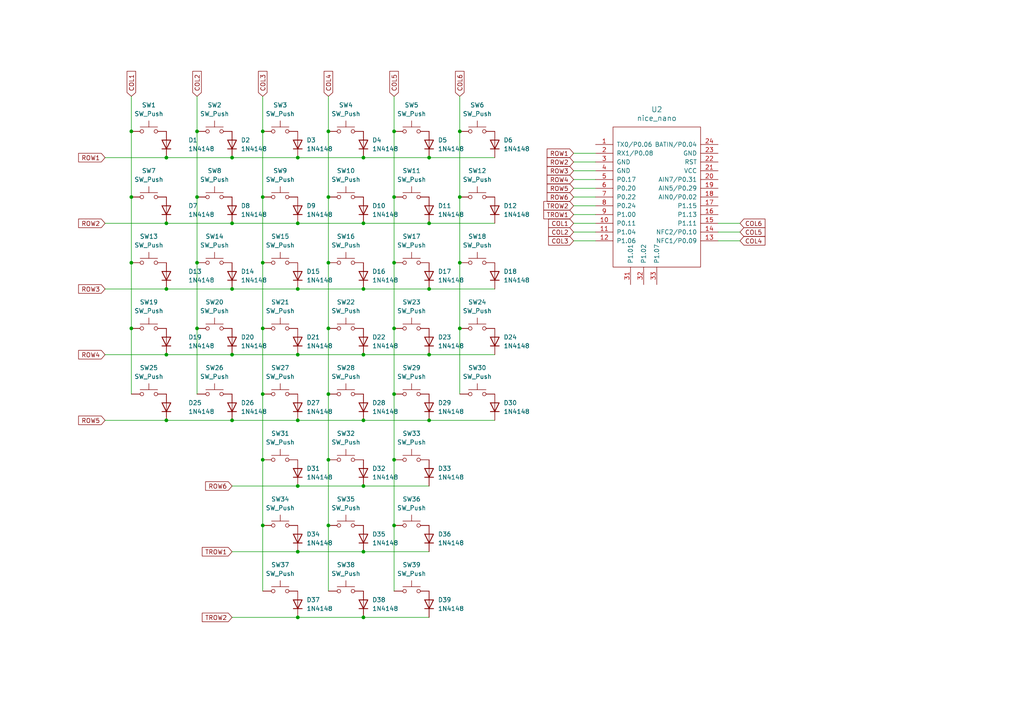
<source format=kicad_sch>
(kicad_sch (version 20250114) (generator "eeschema") (generator_version "9.0")
  (paper "A4")
  (lib_symbols
    (symbol "Diode:1N4148" (pin_numbers (hide yes)) (pin_names (hide yes))
      (property "Reference" "D" (at 0 2.54 0))
      (property "Value" "1N4148" (at 0 -2.54 0))
      (symbol "1N4148_0_1"
        (polyline (pts (xy -1.27 1.27) (xy -1.27 -1.27)) (stroke (width 0.254)))
        (polyline (pts (xy 1.27 1.27) (xy 1.27 -1.27) (xy -1.27 0) (xy 1.27 1.27)) (stroke (width 0.254)))
        (polyline (pts (xy 1.27 0) (xy -1.27 0)))
      )
      (symbol "1N4148_1_1"
        (pin passive line (at -3.81 0 0) (length 2.54) (name "K") (number "1"))
        (pin passive line (at 3.81 0 180) (length 2.54) (name "A") (number "2"))
      )
    )
    (symbol "Switch:SW_Push" (pin_numbers (hide yes)) (pin_names (offset 1.016) (hide yes))
      (property "Reference" "SW" (at 1.27 2.54 0))
      (property "Value" "SW_Push" (at 0 -1.524 0))
      (symbol "SW_Push_0_1"
        (circle (center -2.032 0) (radius 0.508))
        (polyline (pts (xy 0 1.27) (xy 0 3.048)))
        (circle (center 2.032 0) (radius 0.508))
        (polyline (pts (xy 2.54 1.27) (xy -2.54 1.27)))
        (pin passive line (at -5.08 0 0) (length 2.54) (name "1") (number "1"))
        (pin passive line (at 5.08 0 180) (length 2.54) (name "2") (number "2"))
      )
    )
    (symbol "nice_nano:nice_nano" (pin_names (offset 1.016))
      (property "Reference" "U" (at 0 0 0))
      (property "Value" "nice_nano" (at 0 2.54 0))
      (symbol "nice_nano_0_1"
        (rectangle (start -12.7 -21.59) (end 12.7 19.05))
      )
      (symbol "nice_nano_1_1"
        (pin input line (at -17.78 13.97 0) (length 5.08) (name "TX0/P0.06") (number "1"))
        (pin input line (at -17.78 11.43 0) (length 5.08) (name "RX1/P0.08") (number "2"))
        (pin input line (at -17.78 8.89 0) (length 5.08) (name "GND") (number "3"))
        (pin input line (at -17.78 6.35 0) (length 5.08) (name "GND") (number "4"))
        (pin input line (at -17.78 3.81 0) (length 5.08) (name "P0.17") (number "5"))
        (pin input line (at -17.78 1.27 0) (length 5.08) (name "P0.20") (number "6"))
        (pin input line (at -17.78 -1.27 0) (length 5.08) (name "P0.22") (number "7"))
        (pin input line (at -17.78 -3.81 0) (length 5.08) (name "P0.24") (number "8"))
        (pin input line (at -17.78 -6.35 0) (length 5.08) (name "P1.00") (number "9"))
        (pin input line (at -17.78 -8.89 0) (length 5.08) (name "P0.11") (number "10"))
        (pin input line (at -17.78 -11.43 0) (length 5.08) (name "P1.04") (number "11"))
        (pin input line (at -17.78 -13.97 0) (length 5.08) (name "P1.06") (number "12"))
        (pin input line (at -7.62 -26.67 90) (length 5.08) (name "P1.01") (number "31"))
        (pin input line (at -3.81 -26.67 90) (length 5.08) (name "P1.02") (number "32"))
        (pin input line (at 0 -26.67 90) (length 5.08) (name "P1.07") (number "33"))
        (pin input line (at 17.78 13.97 180) (length 5.08) (name "BATIN/P0.04") (number "24"))
        (pin input line (at 17.78 11.43 180) (length 5.08) (name "GND") (number "23"))
        (pin input line (at 17.78 8.89 180) (length 5.08) (name "RST") (number "22"))
        (pin input line (at 17.78 6.35 180) (length 5.08) (name "VCC") (number "21"))
        (pin input line (at 17.78 3.81 180) (length 5.08) (name "AIN7/P0.31") (number "20"))
        (pin input line (at 17.78 1.27 180) (length 5.08) (name "AIN5/P0.29") (number "19"))
        (pin input line (at 17.78 -1.27 180) (length 5.08) (name "AIN0/P0.02") (number "18"))
        (pin input line (at 17.78 -3.81 180) (length 5.08) (name "P1.15") (number "17"))
        (pin input line (at 17.78 -6.35 180) (length 5.08) (name "P1.13") (number "16"))
        (pin input line (at 17.78 -8.89 180) (length 5.08) (name "P1.11") (number "15"))
        (pin input line (at 17.78 -11.43 180) (length 5.08) (name "NFC2/P0.10") (number "14"))
        (pin input line (at 17.78 -13.97 180) (length 5.08) (name "NFC1/P0.09") (number "13"))
      )
    )
  )
  (junction (at 95.25 133.35))
  (junction (at 86.36 140.97))
  (junction (at 95.25 38.1))
  (junction (at 57.15 76.2))
  (junction (at 105.41 121.92))
  (junction (at 76.2 152.4))
  (junction (at 133.35 57.15))
  (junction (at 38.1 57.15))
  (junction (at 76.2 133.35))
  (junction (at 86.36 102.87))
  (junction (at 76.2 95.25))
  (junction (at 105.41 45.72))
  (junction (at 76.2 114.3))
  (junction (at 124.46 64.77))
  (junction (at 57.15 57.15))
  (junction (at 57.15 95.25))
  (junction (at 86.36 83.82))
  (junction (at 105.41 160.02))
  (junction (at 57.15 38.1))
  (junction (at 105.41 102.87))
  (junction (at 105.41 64.77))
  (junction (at 67.31 83.82))
  (junction (at 86.36 121.92))
  (junction (at 105.41 140.97))
  (junction (at 114.3 57.15))
  (junction (at 76.2 76.2))
  (junction (at 67.31 102.87))
  (junction (at 95.25 114.3))
  (junction (at 114.3 95.25))
  (junction (at 48.26 121.92))
  (junction (at 76.2 38.1))
  (junction (at 114.3 133.35))
  (junction (at 48.26 64.77))
  (junction (at 38.1 95.25))
  (junction (at 86.36 179.07))
  (junction (at 133.35 76.2))
  (junction (at 67.31 121.92))
  (junction (at 124.46 102.87))
  (junction (at 86.36 160.02))
  (junction (at 95.25 76.2))
  (junction (at 124.46 45.72))
  (junction (at 114.3 152.4))
  (junction (at 95.25 57.15))
  (junction (at 67.31 45.72))
  (junction (at 114.3 76.2))
  (junction (at 38.1 76.2))
  (junction (at 133.35 95.25))
  (junction (at 114.3 38.1))
  (junction (at 114.3 114.3))
  (junction (at 48.26 83.82))
  (junction (at 86.36 64.77))
  (junction (at 124.46 83.82))
  (junction (at 48.26 102.87))
  (junction (at 95.25 95.25))
  (junction (at 76.2 57.15))
  (junction (at 133.35 38.1))
  (junction (at 124.46 121.92))
  (junction (at 105.41 83.82))
  (junction (at 48.26 45.72))
  (junction (at 95.25 152.4))
  (junction (at 38.1 38.1))
  (junction (at 67.31 64.77))
  (junction (at 86.36 45.72))
  (junction (at 105.41 179.07))
  (wire (pts (xy 172.72 62.23) (xy 166.37 62.23)))
  (wire (pts (xy 95.25 114.3) (xy 95.25 133.35)))
  (wire (pts (xy 86.36 83.82) (xy 105.41 83.82)))
  (wire (pts (xy 86.36 140.97) (xy 105.41 140.97)))
  (wire (pts (xy 95.25 57.15) (xy 95.25 76.2)))
  (wire (pts (xy 133.35 38.1) (xy 133.35 57.15)))
  (wire (pts (xy 86.36 45.72) (xy 105.41 45.72)))
  (wire (pts (xy 124.46 121.92) (xy 143.51 121.92)))
  (wire (pts (xy 105.41 140.97) (xy 124.46 140.97)))
  (wire (pts (xy 67.31 45.72) (xy 86.36 45.72)))
  (wire (pts (xy 67.31 160.02) (xy 86.36 160.02)))
  (wire (pts (xy 67.31 140.97) (xy 86.36 140.97)))
  (wire (pts (xy 30.48 64.77) (xy 48.26 64.77)))
  (wire (pts (xy 86.36 160.02) (xy 105.41 160.02)))
  (wire (pts (xy 48.26 121.92) (xy 67.31 121.92)))
  (wire (pts (xy 57.15 76.2) (xy 57.15 95.25)))
  (wire (pts (xy 114.3 133.35) (xy 114.3 152.4)))
  (wire (pts (xy 67.31 83.82) (xy 86.36 83.82)))
  (wire (pts (xy 124.46 64.77) (xy 143.51 64.77)))
  (wire (pts (xy 105.41 83.82) (xy 124.46 83.82)))
  (wire (pts (xy 95.25 133.35) (xy 95.25 152.4)))
  (wire (pts (xy 114.3 152.4) (xy 114.3 171.45)))
  (wire (pts (xy 76.2 133.35) (xy 76.2 152.4)))
  (wire (pts (xy 95.25 152.4) (xy 95.25 171.45)))
  (wire (pts (xy 172.72 54.61) (xy 166.37 54.61)))
  (wire (pts (xy 95.25 38.1) (xy 95.25 57.15)))
  (wire (pts (xy 38.1 38.1) (xy 38.1 57.15)))
  (wire (pts (xy 86.36 121.92) (xy 105.41 121.92)))
  (wire (pts (xy 38.1 57.15) (xy 38.1 76.2)))
  (wire (pts (xy 214.63 67.31) (xy 208.28 67.31)))
  (wire (pts (xy 67.31 64.77) (xy 86.36 64.77)))
  (wire (pts (xy 38.1 27.94) (xy 38.1 38.1)))
  (wire (pts (xy 38.1 95.25) (xy 38.1 114.3)))
  (wire (pts (xy 214.63 64.77) (xy 208.28 64.77)))
  (wire (pts (xy 86.36 64.77) (xy 105.41 64.77)))
  (wire (pts (xy 166.37 52.07) (xy 172.72 52.07)))
  (wire (pts (xy 105.41 160.02) (xy 124.46 160.02)))
  (wire (pts (xy 124.46 102.87) (xy 143.51 102.87)))
  (wire (pts (xy 48.26 45.72) (xy 67.31 45.72)))
  (wire (pts (xy 133.35 27.94) (xy 133.35 38.1)))
  (wire (pts (xy 67.31 179.07) (xy 86.36 179.07)))
  (wire (pts (xy 76.2 76.2) (xy 76.2 95.25)))
  (wire (pts (xy 114.3 38.1) (xy 114.3 57.15)))
  (wire (pts (xy 76.2 95.25) (xy 76.2 114.3)))
  (wire (pts (xy 30.48 102.87) (xy 48.26 102.87)))
  (wire (pts (xy 48.26 102.87) (xy 67.31 102.87)))
  (wire (pts (xy 124.46 83.82) (xy 143.51 83.82)))
  (wire (pts (xy 95.25 95.25) (xy 95.25 114.3)))
  (wire (pts (xy 124.46 45.72) (xy 143.51 45.72)))
  (wire (pts (xy 67.31 121.92) (xy 86.36 121.92)))
  (wire (pts (xy 57.15 27.94) (xy 57.15 38.1)))
  (wire (pts (xy 86.36 179.07) (xy 105.41 179.07)))
  (wire (pts (xy 57.15 95.25) (xy 57.15 114.3)))
  (wire (pts (xy 114.3 76.2) (xy 114.3 95.25)))
  (wire (pts (xy 86.36 102.87) (xy 105.41 102.87)))
  (wire (pts (xy 30.48 83.82) (xy 48.26 83.82)))
  (wire (pts (xy 105.41 45.72) (xy 124.46 45.72)))
  (wire (pts (xy 76.2 27.94) (xy 76.2 38.1)))
  (wire (pts (xy 166.37 67.31) (xy 172.72 67.31)))
  (wire (pts (xy 76.2 38.1) (xy 76.2 57.15)))
  (wire (pts (xy 95.25 76.2) (xy 95.25 95.25)))
  (wire (pts (xy 48.26 83.82) (xy 67.31 83.82)))
  (wire (pts (xy 172.72 59.69) (xy 166.37 59.69)))
  (wire (pts (xy 67.31 102.87) (xy 86.36 102.87)))
  (wire (pts (xy 172.72 57.15) (xy 166.37 57.15)))
  (wire (pts (xy 166.37 46.99) (xy 172.72 46.99)))
  (wire (pts (xy 95.25 27.94) (xy 95.25 38.1)))
  (wire (pts (xy 214.63 69.85) (xy 208.28 69.85)))
  (wire (pts (xy 105.41 179.07) (xy 124.46 179.07)))
  (wire (pts (xy 166.37 49.53) (xy 172.72 49.53)))
  (wire (pts (xy 48.26 64.77) (xy 67.31 64.77)))
  (wire (pts (xy 133.35 76.2) (xy 133.35 95.25)))
  (wire (pts (xy 166.37 44.45) (xy 172.72 44.45)))
  (wire (pts (xy 105.41 121.92) (xy 124.46 121.92)))
  (wire (pts (xy 114.3 57.15) (xy 114.3 76.2)))
  (wire (pts (xy 166.37 64.77) (xy 172.72 64.77)))
  (wire (pts (xy 114.3 95.25) (xy 114.3 114.3)))
  (wire (pts (xy 133.35 57.15) (xy 133.35 76.2)))
  (wire (pts (xy 76.2 57.15) (xy 76.2 76.2)))
  (wire (pts (xy 57.15 57.15) (xy 57.15 76.2)))
  (wire (pts (xy 166.37 69.85) (xy 172.72 69.85)))
  (wire (pts (xy 57.15 38.1) (xy 57.15 57.15)))
  (wire (pts (xy 114.3 27.94) (xy 114.3 38.1)))
  (wire (pts (xy 105.41 102.87) (xy 124.46 102.87)))
  (wire (pts (xy 38.1 76.2) (xy 38.1 95.25)))
  (wire (pts (xy 114.3 114.3) (xy 114.3 133.35)))
  (wire (pts (xy 133.35 95.25) (xy 133.35 114.3)))
  (wire (pts (xy 30.48 121.92) (xy 48.26 121.92)))
  (wire (pts (xy 76.2 152.4) (xy 76.2 171.45)))
  (wire (pts (xy 30.48 45.72) (xy 48.26 45.72)))
  (wire (pts (xy 105.41 64.77) (xy 124.46 64.77)))
  (wire (pts (xy 76.2 114.3) (xy 76.2 133.35)))
  (global_label "COL1" (shape input) (at 166.37 64.77 180) (property "Intersheetrefs" "${INTERSHEET_REFS}" (effects (hide yes))))
  (global_label "ROW1" (shape input) (at 166.37 44.45 180) (property "Intersheetrefs" "${INTERSHEET_REFS}" (effects (hide yes))))
  (global_label "COL2" (shape input) (at 57.15 27.94 90) (property "Intersheetrefs" "${INTERSHEET_REFS}" (effects (hide yes))))
  (global_label "COL1" (shape input) (at 38.1 27.94 90) (property "Intersheetrefs" "${INTERSHEET_REFS}" (effects (hide yes))))
  (global_label "ROW5" (shape input) (at 30.48 121.92 180) (property "Intersheetrefs" "${INTERSHEET_REFS}" (effects (hide yes))))
  (global_label "ROW5" (shape input) (at 166.37 54.61 180) (property "Intersheetrefs" "${INTERSHEET_REFS}" (effects (hide yes))))
  (global_label "ROW6" (shape input) (at 166.37 57.15 180) (property "Intersheetrefs" "${INTERSHEET_REFS}" (effects (hide yes))))
  (global_label "COL5" (shape input) (at 114.3 27.94 90) (property "Intersheetrefs" "${INTERSHEET_REFS}" (effects (hide yes))))
  (global_label "COL3" (shape input) (at 76.2 27.94 90) (property "Intersheetrefs" "${INTERSHEET_REFS}" (effects (hide yes))))
  (global_label "TROW2" (shape input) (at 166.37 59.69 180) (property "Intersheetrefs" "${INTERSHEET_REFS}" (effects (hide yes))))
  (global_label "ROW3" (shape input) (at 30.48 83.82 180) (property "Intersheetrefs" "${INTERSHEET_REFS}" (effects (hide yes))))
  (global_label "COL5" (shape input) (at 214.63 67.31 0) (property "Intersheetrefs" "${INTERSHEET_REFS}" (effects (hide yes))))
  (global_label "ROW3" (shape input) (at 166.37 49.53 180) (property "Intersheetrefs" "${INTERSHEET_REFS}" (effects (hide yes))))
  (global_label "ROW2" (shape input) (at 166.37 46.99 180) (property "Intersheetrefs" "${INTERSHEET_REFS}" (effects (hide yes))))
  (global_label "ROW1" (shape input) (at 30.48 45.72 180) (property "Intersheetrefs" "${INTERSHEET_REFS}" (effects (hide yes))))
  (global_label "TROW2" (shape input) (at 67.31 179.07 180) (property "Intersheetrefs" "${INTERSHEET_REFS}" (effects (hide yes))))
  (global_label "TROW1" (shape input) (at 166.37 62.23 180) (property "Intersheetrefs" "${INTERSHEET_REFS}" (effects (hide yes))))
  (global_label "ROW2" (shape input) (at 30.48 64.77 180) (property "Intersheetrefs" "${INTERSHEET_REFS}" (effects (hide yes))))
  (global_label "COL6" (shape input) (at 133.35 27.94 90) (property "Intersheetrefs" "${INTERSHEET_REFS}" (effects (hide yes))))
  (global_label "COL4" (shape input) (at 95.25 27.94 90) (property "Intersheetrefs" "${INTERSHEET_REFS}" (effects (hide yes))))
  (global_label "COL2" (shape input) (at 166.37 67.31 180) (property "Intersheetrefs" "${INTERSHEET_REFS}" (effects (hide yes))))
  (global_label "TROW1" (shape input) (at 67.31 160.02 180) (property "Intersheetrefs" "${INTERSHEET_REFS}" (effects (hide yes))))
  (global_label "ROW6" (shape input) (at 67.31 140.97 180) (property "Intersheetrefs" "${INTERSHEET_REFS}" (effects (hide yes))))
  (global_label "COL3" (shape input) (at 166.37 69.85 180) (property "Intersheetrefs" "${INTERSHEET_REFS}" (effects (hide yes))))
  (global_label "COL6" (shape input) (at 214.63 64.77 0) (property "Intersheetrefs" "${INTERSHEET_REFS}" (effects (hide yes))))
  (global_label "COL4" (shape input) (at 214.63 69.85 0) (property "Intersheetrefs" "${INTERSHEET_REFS}" (effects (hide yes))))
  (global_label "ROW4" (shape input) (at 166.37 52.07 180) (property "Intersheetrefs" "${INTERSHEET_REFS}" (effects (hide yes))))
  (global_label "ROW4" (shape input) (at 30.48 102.87 180) (property "Intersheetrefs" "${INTERSHEET_REFS}" (effects (hide yes))))
  (symbol (lib_id "Switch:SW_Push") (at 43.18 95.25 0) (unit 1)
    (property "Reference" "SW19" (at 43.18 87.63 0))
    (property "Value" "SW_Push" (at 43.18 90.17 0))
    (property "Footprint" "Scotto Hotswap:Hotswap_Choc_V1V2_1.00u" (effects (hide yes)))
    (property "Description" "Push button switch, generic, two pins" (effects (hide yes)))
  )
  (symbol (lib_id "Switch:SW_Push") (at 43.18 38.1 0) (unit 1)
    (property "Reference" "SW1" (at 43.18 30.48 0))
    (property "Value" "SW_Push" (at 43.18 33.02 0))
    (property "Footprint" "Scotto Hotswap:Hotswap_Choc_V1V2_1.00u" (effects (hide yes)))
    (property "Description" "Push button switch, generic, two pins" (effects (hide yes)))
  )
  (symbol (lib_id "Switch:SW_Push") (at 119.38 95.25 0) (unit 1)
    (property "Reference" "SW23" (at 119.38 87.63 0))
    (property "Value" "SW_Push" (at 119.38 90.17 0))
    (property "Footprint" "Scotto Hotswap:Hotswap_Choc_V1V2_1.00u" (effects (hide yes)))
    (property "Description" "Push button switch, generic, two pins" (effects (hide yes)))
  )
  (symbol (lib_id "Switch:SW_Push") (at 138.43 38.1 0) (unit 1)
    (property "Reference" "SW6" (at 138.43 30.48 0))
    (property "Value" "SW_Push" (at 138.43 33.02 0))
    (property "Footprint" "Scotto Hotswap:Hotswap_Choc_V1V2_1.00u" (effects (hide yes)))
    (property "Description" "Push button switch, generic, two pins" (effects (hide yes)))
  )
  (symbol (lib_id "Diode:1N4148") (at 105.41 41.91 90) (unit 1)
    (property "Reference" "D4" (at 107.95 40.6399 90) (effects (justify right)))
    (property "Value" "1N4148" (at 107.95 43.1799 90) (effects (justify right)))
    (property "Footprint" "Diode_SMD:D_SOD-123" (effects (hide yes)))
    (property "Datasheet" "https://assets.nexperia.com/documents/data-sheet/1N4148_1N4448.pdf" (effects (hide yes)))
    (property "Description" "100V 0.15A standard switching diode, DO-35" (effects (hide yes)))
    (property "Sim.Device" "D" (effects (hide yes)))
    (property "Sim.Pins" "1=K 2=A" (effects (hide yes)))
  )
  (symbol (lib_id "Diode:1N4148") (at 143.51 99.06 90) (unit 1)
    (property "Reference" "D24" (at 146.05 97.7899 90) (effects (justify right)))
    (property "Value" "1N4148" (at 146.05 100.3299 90) (effects (justify right)))
    (property "Footprint" "Diode_SMD:D_SOD-123" (effects (hide yes)))
    (property "Datasheet" "https://assets.nexperia.com/documents/data-sheet/1N4148_1N4448.pdf" (effects (hide yes)))
    (property "Description" "100V 0.15A standard switching diode, DO-35" (effects (hide yes)))
    (property "Sim.Device" "D" (effects (hide yes)))
    (property "Sim.Pins" "1=K 2=A" (effects (hide yes)))
  )
  (symbol (lib_id "Switch:SW_Push") (at 119.38 152.4 0) (unit 1)
    (property "Reference" "SW36" (at 119.38 144.78 0))
    (property "Value" "SW_Push" (at 119.38 147.32 0))
    (property "Footprint" "Scotto Hotswap:Hotswap_Choc_V1V2_1.00u" (effects (hide yes)))
    (property "Description" "Push button switch, generic, two pins" (effects (hide yes)))
  )
  (symbol (lib_id "Switch:SW_Push") (at 43.18 57.15 0) (unit 1)
    (property "Reference" "SW7" (at 43.18 49.53 0))
    (property "Value" "SW_Push" (at 43.18 52.07 0))
    (property "Footprint" "Scotto Hotswap:Hotswap_Choc_V1V2_1.00u" (effects (hide yes)))
    (property "Description" "Push button switch, generic, two pins" (effects (hide yes)))
  )
  (symbol (lib_id "Diode:1N4148") (at 105.41 175.26 90) (unit 1)
    (property "Reference" "D38" (at 107.95 173.9899 90) (effects (justify right)))
    (property "Value" "1N4148" (at 107.95 176.5299 90) (effects (justify right)))
    (property "Footprint" "Diode_SMD:D_SOD-123" (effects (hide yes)))
    (property "Datasheet" "https://assets.nexperia.com/documents/data-sheet/1N4148_1N4448.pdf" (effects (hide yes)))
    (property "Description" "100V 0.15A standard switching diode, DO-35" (effects (hide yes)))
    (property "Sim.Device" "D" (effects (hide yes)))
    (property "Sim.Pins" "1=K 2=A" (effects (hide yes)))
  )
  (symbol (lib_id "Switch:SW_Push") (at 81.28 152.4 0) (unit 1)
    (property "Reference" "SW34" (at 81.28 144.78 0))
    (property "Value" "SW_Push" (at 81.28 147.32 0))
    (property "Footprint" "Scotto Hotswap:Hotswap_Choc_V1V2_1.00u" (effects (hide yes)))
    (property "Description" "Push button switch, generic, two pins" (effects (hide yes)))
  )
  (symbol (lib_id "Switch:SW_Push") (at 81.28 76.2 0) (unit 1)
    (property "Reference" "SW15" (at 81.28 68.58 0))
    (property "Value" "SW_Push" (at 81.28 71.12 0))
    (property "Footprint" "Scotto Hotswap:Hotswap_Choc_V1V2_1.00u" (effects (hide yes)))
    (property "Description" "Push button switch, generic, two pins" (effects (hide yes)))
  )
  (symbol (lib_id "Diode:1N4148") (at 124.46 137.16 90) (unit 1)
    (property "Reference" "D33" (at 127 135.8899 90) (effects (justify right)))
    (property "Value" "1N4148" (at 127 138.4299 90) (effects (justify right)))
    (property "Footprint" "Diode_SMD:D_SOD-123" (effects (hide yes)))
    (property "Datasheet" "https://assets.nexperia.com/documents/data-sheet/1N4148_1N4448.pdf" (effects (hide yes)))
    (property "Description" "100V 0.15A standard switching diode, DO-35" (effects (hide yes)))
    (property "Sim.Device" "D" (effects (hide yes)))
    (property "Sim.Pins" "1=K 2=A" (effects (hide yes)))
  )
  (symbol (lib_id "Diode:1N4148") (at 124.46 41.91 90) (unit 1)
    (property "Reference" "D5" (at 127 40.6399 90) (effects (justify right)))
    (property "Value" "1N4148" (at 127 43.1799 90) (effects (justify right)))
    (property "Footprint" "Diode_SMD:D_SOD-123" (effects (hide yes)))
    (property "Datasheet" "https://assets.nexperia.com/documents/data-sheet/1N4148_1N4448.pdf" (effects (hide yes)))
    (property "Description" "100V 0.15A standard switching diode, DO-35" (effects (hide yes)))
    (property "Sim.Device" "D" (effects (hide yes)))
    (property "Sim.Pins" "1=K 2=A" (effects (hide yes)))
  )
  (symbol (lib_id "Diode:1N4148") (at 86.36 80.01 90) (unit 1)
    (property "Reference" "D15" (at 88.9 78.7399 90) (effects (justify right)))
    (property "Value" "1N4148" (at 88.9 81.2799 90) (effects (justify right)))
    (property "Footprint" "Diode_SMD:D_SOD-123" (effects (hide yes)))
    (property "Datasheet" "https://assets.nexperia.com/documents/data-sheet/1N4148_1N4448.pdf" (effects (hide yes)))
    (property "Description" "100V 0.15A standard switching diode, DO-35" (effects (hide yes)))
    (property "Sim.Device" "D" (effects (hide yes)))
    (property "Sim.Pins" "1=K 2=A" (effects (hide yes)))
  )
  (symbol (lib_id "Switch:SW_Push") (at 100.33 133.35 0) (unit 1)
    (property "Reference" "SW32" (at 100.33 125.73 0))
    (property "Value" "SW_Push" (at 100.33 128.27 0))
    (property "Footprint" "Scotto Hotswap:Hotswap_Choc_V1V2_1.00u" (effects (hide yes)))
    (property "Description" "Push button switch, generic, two pins" (effects (hide yes)))
  )
  (symbol (lib_id "Diode:1N4148") (at 105.41 137.16 90) (unit 1)
    (property "Reference" "D32" (at 107.95 135.8899 90) (effects (justify right)))
    (property "Value" "1N4148" (at 107.95 138.4299 90) (effects (justify right)))
    (property "Footprint" "Diode_SMD:D_SOD-123" (effects (hide yes)))
    (property "Datasheet" "https://assets.nexperia.com/documents/data-sheet/1N4148_1N4448.pdf" (effects (hide yes)))
    (property "Description" "100V 0.15A standard switching diode, DO-35" (effects (hide yes)))
    (property "Sim.Device" "D" (effects (hide yes)))
    (property "Sim.Pins" "1=K 2=A" (effects (hide yes)))
  )
  (symbol (lib_id "Diode:1N4148") (at 86.36 156.21 90) (unit 1)
    (property "Reference" "D34" (at 88.9 154.9399 90) (effects (justify right)))
    (property "Value" "1N4148" (at 88.9 157.4799 90) (effects (justify right)))
    (property "Footprint" "Diode_SMD:D_SOD-123" (effects (hide yes)))
    (property "Datasheet" "https://assets.nexperia.com/documents/data-sheet/1N4148_1N4448.pdf" (effects (hide yes)))
    (property "Description" "100V 0.15A standard switching diode, DO-35" (effects (hide yes)))
    (property "Sim.Device" "D" (effects (hide yes)))
    (property "Sim.Pins" "1=K 2=A" (effects (hide yes)))
  )
  (symbol (lib_id "Switch:SW_Push") (at 138.43 114.3 0) (unit 1)
    (property "Reference" "SW30" (at 138.43 106.68 0))
    (property "Value" "SW_Push" (at 138.43 109.22 0))
    (property "Footprint" "Scotto Hotswap:Hotswap_Choc_V1V2_1.00u" (effects (hide yes)))
    (property "Description" "Push button switch, generic, two pins" (effects (hide yes)))
  )
  (symbol (lib_id "Diode:1N4148") (at 67.31 99.06 90) (unit 1)
    (property "Reference" "D20" (at 69.85 97.7899 90) (effects (justify right)))
    (property "Value" "1N4148" (at 69.85 100.3299 90) (effects (justify right)))
    (property "Footprint" "Diode_SMD:D_SOD-123" (effects (hide yes)))
    (property "Datasheet" "https://assets.nexperia.com/documents/data-sheet/1N4148_1N4448.pdf" (effects (hide yes)))
    (property "Description" "100V 0.15A standard switching diode, DO-35" (effects (hide yes)))
    (property "Sim.Device" "D" (effects (hide yes)))
    (property "Sim.Pins" "1=K 2=A" (effects (hide yes)))
  )
  (symbol (lib_id "Switch:SW_Push") (at 100.33 76.2 0) (unit 1)
    (property "Reference" "SW16" (at 100.33 68.58 0))
    (property "Value" "SW_Push" (at 100.33 71.12 0))
    (property "Footprint" "Scotto Hotswap:Hotswap_Choc_V1V2_1.00u" (effects (hide yes)))
    (property "Description" "Push button switch, generic, two pins" (effects (hide yes)))
  )
  (symbol (lib_id "Diode:1N4148") (at 48.26 99.06 90) (unit 1)
    (property "Reference" "D19" (at 54.61 97.7899 90) (effects (justify right)))
    (property "Value" "1N4148" (at 54.61 100.3299 90) (effects (justify right)))
    (property "Footprint" "Diode_SMD:D_SOD-123" (effects (hide yes)))
    (property "Datasheet" "https://assets.nexperia.com/documents/data-sheet/1N4148_1N4448.pdf" (effects (hide yes)))
    (property "Description" "100V 0.15A standard switching diode, DO-35" (effects (hide yes)))
    (property "Sim.Device" "D" (effects (hide yes)))
    (property "Sim.Pins" "1=K 2=A" (effects (hide yes)))
  )
  (symbol (lib_id "Switch:SW_Push") (at 138.43 95.25 0) (unit 1)
    (property "Reference" "SW24" (at 138.43 87.63 0))
    (property "Value" "SW_Push" (at 138.43 90.17 0))
    (property "Footprint" "Scotto Hotswap:Hotswap_Choc_V1V2_1.00u" (effects (hide yes)))
    (property "Description" "Push button switch, generic, two pins" (effects (hide yes)))
  )
  (symbol (lib_id "Diode:1N4148") (at 124.46 60.96 90) (unit 1)
    (property "Reference" "D11" (at 127 59.6899 90) (effects (justify right)))
    (property "Value" "1N4148" (at 127 62.2299 90) (effects (justify right)))
    (property "Footprint" "Diode_SMD:D_SOD-123" (effects (hide yes)))
    (property "Datasheet" "https://assets.nexperia.com/documents/data-sheet/1N4148_1N4448.pdf" (effects (hide yes)))
    (property "Description" "100V 0.15A standard switching diode, DO-35" (effects (hide yes)))
    (property "Sim.Device" "D" (effects (hide yes)))
    (property "Sim.Pins" "1=K 2=A" (effects (hide yes)))
  )
  (symbol (lib_id "nice_nano:nice_nano") (at 190.5 55.88 0) (unit 1)
    (property "Reference" "U2" (at 190.5 31.75 0) (effects (font (size 1.524 1.524))))
    (property "Value" "nice_nano" (at 190.5 34.29 0) (effects (font (size 1.524 1.524))))
    (property "Footprint" "Scotto MCU:Nice_Nano_V2" (effects (hide yes)))
  )
  (symbol (lib_id "Switch:SW_Push") (at 62.23 57.15 0) (unit 1)
    (property "Reference" "SW8" (at 62.23 49.53 0))
    (property "Value" "SW_Push" (at 62.23 52.07 0))
    (property "Footprint" "Scotto Hotswap:Hotswap_Choc_V1V2_1.00u" (effects (hide yes)))
    (property "Description" "Push button switch, generic, two pins" (effects (hide yes)))
  )
  (symbol (lib_id "Switch:SW_Push") (at 62.23 114.3 0) (unit 1)
    (property "Reference" "SW26" (at 62.23 106.68 0))
    (property "Value" "SW_Push" (at 62.23 109.22 0))
    (property "Footprint" "Scotto Hotswap:Hotswap_Choc_V1V2_1.00u" (effects (hide yes)))
    (property "Description" "Push button switch, generic, two pins" (effects (hide yes)))
  )
  (symbol (lib_id "Diode:1N4148") (at 124.46 99.06 90) (unit 1)
    (property "Reference" "D23" (at 127 97.7899 90) (effects (justify right)))
    (property "Value" "1N4148" (at 127 100.3299 90) (effects (justify right)))
    (property "Footprint" "Diode_SMD:D_SOD-123" (effects (hide yes)))
    (property "Datasheet" "https://assets.nexperia.com/documents/data-sheet/1N4148_1N4448.pdf" (effects (hide yes)))
    (property "Description" "100V 0.15A standard switching diode, DO-35" (effects (hide yes)))
    (property "Sim.Device" "D" (effects (hide yes)))
    (property "Sim.Pins" "1=K 2=A" (effects (hide yes)))
  )
  (symbol (lib_id "Switch:SW_Push") (at 43.18 76.2 0) (unit 1)
    (property "Reference" "SW13" (at 43.18 68.58 0))
    (property "Value" "SW_Push" (at 43.18 71.12 0))
    (property "Footprint" "Scotto Hotswap:Hotswap_Choc_V1V2_1.00u" (effects (hide yes)))
    (property "Description" "Push button switch, generic, two pins" (effects (hide yes)))
  )
  (symbol (lib_id "Diode:1N4148") (at 143.51 60.96 90) (unit 1)
    (property "Reference" "D12" (at 146.05 59.6899 90) (effects (justify right)))
    (property "Value" "1N4148" (at 146.05 62.2299 90) (effects (justify right)))
    (property "Footprint" "Diode_SMD:D_SOD-123" (effects (hide yes)))
    (property "Datasheet" "https://assets.nexperia.com/documents/data-sheet/1N4148_1N4448.pdf" (effects (hide yes)))
    (property "Description" "100V 0.15A standard switching diode, DO-35" (effects (hide yes)))
    (property "Sim.Device" "D" (effects (hide yes)))
    (property "Sim.Pins" "1=K 2=A" (effects (hide yes)))
  )
  (symbol (lib_id "Switch:SW_Push") (at 100.33 95.25 0) (unit 1)
    (property "Reference" "SW22" (at 100.33 87.63 0))
    (property "Value" "SW_Push" (at 100.33 90.17 0))
    (property "Footprint" "Scotto Hotswap:Hotswap_Choc_V1V2_1.00u" (effects (hide yes)))
    (property "Description" "Push button switch, generic, two pins" (effects (hide yes)))
  )
  (symbol (lib_id "Switch:SW_Push") (at 119.38 76.2 0) (unit 1)
    (property "Reference" "SW17" (at 119.38 68.58 0))
    (property "Value" "SW_Push" (at 119.38 71.12 0))
    (property "Footprint" "Scotto Hotswap:Hotswap_Choc_V1V2_1.00u" (effects (hide yes)))
    (property "Description" "Push button switch, generic, two pins" (effects (hide yes)))
  )
  (symbol (lib_id "Switch:SW_Push") (at 119.38 57.15 0) (unit 1)
    (property "Reference" "SW11" (at 119.38 49.53 0))
    (property "Value" "SW_Push" (at 119.38 52.07 0))
    (property "Footprint" "Scotto Hotswap:Hotswap_Choc_V1V2_1.00u" (effects (hide yes)))
    (property "Description" "Push button switch, generic, two pins" (effects (hide yes)))
  )
  (symbol (lib_id "Diode:1N4148") (at 67.31 80.01 90) (unit 1)
    (property "Reference" "D14" (at 69.85 78.7399 90) (effects (justify right)))
    (property "Value" "1N4148" (at 69.85 81.2799 90) (effects (justify right)))
    (property "Footprint" "Diode_SMD:D_SOD-123" (effects (hide yes)))
    (property "Datasheet" "https://assets.nexperia.com/documents/data-sheet/1N4148_1N4448.pdf" (effects (hide yes)))
    (property "Description" "100V 0.15A standard switching diode, DO-35" (effects (hide yes)))
    (property "Sim.Device" "D" (effects (hide yes)))
    (property "Sim.Pins" "1=K 2=A" (effects (hide yes)))
  )
  (symbol (lib_id "Switch:SW_Push") (at 119.38 38.1 0) (unit 1)
    (property "Reference" "SW5" (at 119.38 30.48 0))
    (property "Value" "SW_Push" (at 119.38 33.02 0))
    (property "Footprint" "Scotto Hotswap:Hotswap_Choc_V1V2_1.00u" (effects (hide yes)))
    (property "Description" "Push button switch, generic, two pins" (effects (hide yes)))
  )
  (symbol (lib_id "Diode:1N4148") (at 105.41 156.21 90) (unit 1)
    (property "Reference" "D35" (at 107.95 154.9399 90) (effects (justify right)))
    (property "Value" "1N4148" (at 107.95 157.4799 90) (effects (justify right)))
    (property "Footprint" "Diode_SMD:D_SOD-123" (effects (hide yes)))
    (property "Datasheet" "https://assets.nexperia.com/documents/data-sheet/1N4148_1N4448.pdf" (effects (hide yes)))
    (property "Description" "100V 0.15A standard switching diode, DO-35" (effects (hide yes)))
    (property "Sim.Device" "D" (effects (hide yes)))
    (property "Sim.Pins" "1=K 2=A" (effects (hide yes)))
  )
  (symbol (lib_id "Switch:SW_Push") (at 81.28 38.1 0) (unit 1)
    (property "Reference" "SW3" (at 81.28 30.48 0))
    (property "Value" "SW_Push" (at 81.28 33.02 0))
    (property "Footprint" "Scotto Hotswap:Hotswap_Choc_V1V2_1.00u" (effects (hide yes)))
    (property "Description" "Push button switch, generic, two pins" (effects (hide yes)))
  )
  (symbol (lib_id "Diode:1N4148") (at 86.36 175.26 90) (unit 1)
    (property "Reference" "D37" (at 88.9 173.9899 90) (effects (justify right)))
    (property "Value" "1N4148" (at 88.9 176.5299 90) (effects (justify right)))
    (property "Footprint" "Diode_SMD:D_SOD-123" (effects (hide yes)))
    (property "Datasheet" "https://assets.nexperia.com/documents/data-sheet/1N4148_1N4448.pdf" (effects (hide yes)))
    (property "Description" "100V 0.15A standard switching diode, DO-35" (effects (hide yes)))
    (property "Sim.Device" "D" (effects (hide yes)))
    (property "Sim.Pins" "1=K 2=A" (effects (hide yes)))
  )
  (symbol (lib_id "Diode:1N4148") (at 124.46 80.01 90) (unit 1)
    (property "Reference" "D17" (at 127 78.7399 90) (effects (justify right)))
    (property "Value" "1N4148" (at 127 81.2799 90) (effects (justify right)))
    (property "Footprint" "Diode_SMD:D_SOD-123" (effects (hide yes)))
    (property "Datasheet" "https://assets.nexperia.com/documents/data-sheet/1N4148_1N4448.pdf" (effects (hide yes)))
    (property "Description" "100V 0.15A standard switching diode, DO-35" (effects (hide yes)))
    (property "Sim.Device" "D" (effects (hide yes)))
    (property "Sim.Pins" "1=K 2=A" (effects (hide yes)))
  )
  (symbol (lib_id "Switch:SW_Push") (at 100.33 171.45 0) (unit 1)
    (property "Reference" "SW38" (at 100.33 163.83 0))
    (property "Value" "SW_Push" (at 100.33 166.37 0))
    (property "Footprint" "Scotto Hotswap:Hotswap_Choc_V1V2_1.00u" (effects (hide yes)))
    (property "Description" "Push button switch, generic, two pins" (effects (hide yes)))
  )
  (symbol (lib_id "Diode:1N4148") (at 143.51 80.01 90) (unit 1)
    (property "Reference" "D18" (at 146.05 78.7399 90) (effects (justify right)))
    (property "Value" "1N4148" (at 146.05 81.2799 90) (effects (justify right)))
    (property "Footprint" "Diode_SMD:D_SOD-123" (effects (hide yes)))
    (property "Datasheet" "https://assets.nexperia.com/documents/data-sheet/1N4148_1N4448.pdf" (effects (hide yes)))
    (property "Description" "100V 0.15A standard switching diode, DO-35" (effects (hide yes)))
    (property "Sim.Device" "D" (effects (hide yes)))
    (property "Sim.Pins" "1=K 2=A" (effects (hide yes)))
  )
  (symbol (lib_id "Diode:1N4148") (at 67.31 41.91 90) (unit 1)
    (property "Reference" "D2" (at 69.85 40.6399 90) (effects (justify right)))
    (property "Value" "1N4148" (at 69.85 43.1799 90) (effects (justify right)))
    (property "Footprint" "Diode_SMD:D_SOD-123" (effects (hide yes)))
    (property "Datasheet" "https://assets.nexperia.com/documents/data-sheet/1N4148_1N4448.pdf" (effects (hide yes)))
    (property "Description" "100V 0.15A standard switching diode, DO-35" (effects (hide yes)))
    (property "Sim.Device" "D" (effects (hide yes)))
    (property "Sim.Pins" "1=K 2=A" (effects (hide yes)))
  )
  (symbol (lib_id "Diode:1N4148") (at 124.46 118.11 90) (unit 1)
    (property "Reference" "D29" (at 127 116.8399 90) (effects (justify right)))
    (property "Value" "1N4148" (at 127 119.3799 90) (effects (justify right)))
    (property "Footprint" "Diode_SMD:D_SOD-123" (effects (hide yes)))
    (property "Datasheet" "https://assets.nexperia.com/documents/data-sheet/1N4148_1N4448.pdf" (effects (hide yes)))
    (property "Description" "100V 0.15A standard switching diode, DO-35" (effects (hide yes)))
    (property "Sim.Device" "D" (effects (hide yes)))
    (property "Sim.Pins" "1=K 2=A" (effects (hide yes)))
  )
  (symbol (lib_id "Switch:SW_Push") (at 138.43 57.15 0) (unit 1)
    (property "Reference" "SW12" (at 138.43 49.53 0))
    (property "Value" "SW_Push" (at 138.43 52.07 0))
    (property "Footprint" "Scotto Hotswap:Hotswap_Choc_V1V2_1.00u" (effects (hide yes)))
    (property "Description" "Push button switch, generic, two pins" (effects (hide yes)))
  )
  (symbol (lib_id "Switch:SW_Push") (at 100.33 57.15 0) (unit 1)
    (property "Reference" "SW10" (at 100.33 49.53 0))
    (property "Value" "SW_Push" (at 100.33 52.07 0))
    (property "Footprint" "Scotto Hotswap:Hotswap_Choc_V1V2_1.00u" (effects (hide yes)))
    (property "Description" "Push button switch, generic, two pins" (effects (hide yes)))
  )
  (symbol (lib_id "Diode:1N4148") (at 105.41 99.06 90) (unit 1)
    (property "Reference" "D22" (at 107.95 97.7899 90) (effects (justify right)))
    (property "Value" "1N4148" (at 107.95 100.3299 90) (effects (justify right)))
    (property "Footprint" "Diode_SMD:D_SOD-123" (effects (hide yes)))
    (property "Datasheet" "https://assets.nexperia.com/documents/data-sheet/1N4148_1N4448.pdf" (effects (hide yes)))
    (property "Description" "100V 0.15A standard switching diode, DO-35" (effects (hide yes)))
    (property "Sim.Device" "D" (effects (hide yes)))
    (property "Sim.Pins" "1=K 2=A" (effects (hide yes)))
  )
  (symbol (lib_id "Diode:1N4148") (at 67.31 60.96 90) (unit 1)
    (property "Reference" "D8" (at 69.85 59.6899 90) (effects (justify right)))
    (property "Value" "1N4148" (at 69.85 62.2299 90) (effects (justify right)))
    (property "Footprint" "Diode_SMD:D_SOD-123" (effects (hide yes)))
    (property "Datasheet" "https://assets.nexperia.com/documents/data-sheet/1N4148_1N4448.pdf" (effects (hide yes)))
    (property "Description" "100V 0.15A standard switching diode, DO-35" (effects (hide yes)))
    (property "Sim.Device" "D" (effects (hide yes)))
    (property "Sim.Pins" "1=K 2=A" (effects (hide yes)))
  )
  (symbol (lib_id "Diode:1N4148") (at 86.36 60.96 90) (unit 1)
    (property "Reference" "D9" (at 88.9 59.6899 90) (effects (justify right)))
    (property "Value" "1N4148" (at 88.9 62.2299 90) (effects (justify right)))
    (property "Footprint" "Diode_SMD:D_SOD-123" (effects (hide yes)))
    (property "Datasheet" "https://assets.nexperia.com/documents/data-sheet/1N4148_1N4448.pdf" (effects (hide yes)))
    (property "Description" "100V 0.15A standard switching diode, DO-35" (effects (hide yes)))
    (property "Sim.Device" "D" (effects (hide yes)))
    (property "Sim.Pins" "1=K 2=A" (effects (hide yes)))
  )
  (symbol (lib_id "Diode:1N4148") (at 48.26 80.01 90) (unit 1)
    (property "Reference" "D13" (at 54.61 78.7399 90) (effects (justify right)))
    (property "Value" "1N4148" (at 54.61 81.2799 90) (effects (justify right)))
    (property "Footprint" "Diode_SMD:D_SOD-123" (effects (hide yes)))
    (property "Datasheet" "https://assets.nexperia.com/documents/data-sheet/1N4148_1N4448.pdf" (effects (hide yes)))
    (property "Description" "100V 0.15A standard switching diode, DO-35" (effects (hide yes)))
    (property "Sim.Device" "D" (effects (hide yes)))
    (property "Sim.Pins" "1=K 2=A" (effects (hide yes)))
  )
  (symbol (lib_id "Diode:1N4148") (at 105.41 80.01 90) (unit 1)
    (property "Reference" "D16" (at 107.95 78.7399 90) (effects (justify right)))
    (property "Value" "1N4148" (at 107.95 81.2799 90) (effects (justify right)))
    (property "Footprint" "Diode_SMD:D_SOD-123" (effects (hide yes)))
    (property "Datasheet" "https://assets.nexperia.com/documents/data-sheet/1N4148_1N4448.pdf" (effects (hide yes)))
    (property "Description" "100V 0.15A standard switching diode, DO-35" (effects (hide yes)))
    (property "Sim.Device" "D" (effects (hide yes)))
    (property "Sim.Pins" "1=K 2=A" (effects (hide yes)))
  )
  (symbol (lib_id "Diode:1N4148") (at 48.26 60.96 90) (unit 1)
    (property "Reference" "D7" (at 54.61 59.6899 90) (effects (justify right)))
    (property "Value" "1N4148" (at 54.61 62.2299 90) (effects (justify right)))
    (property "Footprint" "Diode_SMD:D_SOD-123" (effects (hide yes)))
    (property "Datasheet" "https://assets.nexperia.com/documents/data-sheet/1N4148_1N4448.pdf" (effects (hide yes)))
    (property "Description" "100V 0.15A standard switching diode, DO-35" (effects (hide yes)))
    (property "Sim.Device" "D" (effects (hide yes)))
    (property "Sim.Pins" "1=K 2=A" (effects (hide yes)))
  )
  (symbol (lib_id "Switch:SW_Push") (at 81.28 133.35 0) (unit 1)
    (property "Reference" "SW31" (at 81.28 125.73 0))
    (property "Value" "SW_Push" (at 81.28 128.27 0))
    (property "Footprint" "Scotto Hotswap:Hotswap_Choc_V1V2_1.00u" (effects (hide yes)))
    (property "Description" "Push button switch, generic, two pins" (effects (hide yes)))
  )
  (symbol (lib_id "Switch:SW_Push") (at 62.23 76.2 0) (unit 1)
    (property "Reference" "SW14" (at 62.23 68.58 0))
    (property "Value" "SW_Push" (at 62.23 71.12 0))
    (property "Footprint" "Scotto Hotswap:Hotswap_Choc_V1V2_1.00u" (effects (hide yes)))
    (property "Description" "Push button switch, generic, two pins" (effects (hide yes)))
  )
  (symbol (lib_id "Switch:SW_Push") (at 81.28 171.45 0) (unit 1)
    (property "Reference" "SW37" (at 81.28 163.83 0))
    (property "Value" "SW_Push" (at 81.28 166.37 0))
    (property "Footprint" "Scotto Hotswap:Hotswap_Choc_V1V2_1.00u" (effects (hide yes)))
    (property "Description" "Push button switch, generic, two pins" (effects (hide yes)))
  )
  (symbol (lib_id "Switch:SW_Push") (at 100.33 114.3 0) (unit 1)
    (property "Reference" "SW28" (at 100.33 106.68 0))
    (property "Value" "SW_Push" (at 100.33 109.22 0))
    (property "Footprint" "Scotto Hotswap:Hotswap_Choc_V1V2_1.00u" (effects (hide yes)))
    (property "Description" "Push button switch, generic, two pins" (effects (hide yes)))
  )
  (symbol (lib_id "Diode:1N4148") (at 143.51 41.91 90) (unit 1)
    (property "Reference" "D6" (at 146.05 40.6399 90) (effects (justify right)))
    (property "Value" "1N4148" (at 146.05 43.1799 90) (effects (justify right)))
    (property "Footprint" "Diode_SMD:D_SOD-123" (effects (hide yes)))
    (property "Datasheet" "https://assets.nexperia.com/documents/data-sheet/1N4148_1N4448.pdf" (effects (hide yes)))
    (property "Description" "100V 0.15A standard switching diode, DO-35" (effects (hide yes)))
    (property "Sim.Device" "D" (effects (hide yes)))
    (property "Sim.Pins" "1=K 2=A" (effects (hide yes)))
  )
  (symbol (lib_id "Switch:SW_Push") (at 81.28 114.3 0) (unit 1)
    (property "Reference" "SW27" (at 81.28 106.68 0))
    (property "Value" "SW_Push" (at 81.28 109.22 0))
    (property "Footprint" "Scotto Hotswap:Hotswap_Choc_V1V2_1.00u" (effects (hide yes)))
    (property "Description" "Push button switch, generic, two pins" (effects (hide yes)))
  )
  (symbol (lib_id "Switch:SW_Push") (at 119.38 114.3 0) (unit 1)
    (property "Reference" "SW29" (at 119.38 106.68 0))
    (property "Value" "SW_Push" (at 119.38 109.22 0))
    (property "Footprint" "Scotto Hotswap:Hotswap_Choc_V1V2_1.00u" (effects (hide yes)))
    (property "Description" "Push button switch, generic, two pins" (effects (hide yes)))
  )
  (symbol (lib_id "Switch:SW_Push") (at 138.43 76.2 0) (unit 1)
    (property "Reference" "SW18" (at 138.43 68.58 0))
    (property "Value" "SW_Push" (at 138.43 71.12 0))
    (property "Footprint" "Scotto Hotswap:Hotswap_Choc_V1V2_1.00u" (effects (hide yes)))
    (property "Description" "Push button switch, generic, two pins" (effects (hide yes)))
  )
  (symbol (lib_id "Diode:1N4148") (at 105.41 118.11 90) (unit 1)
    (property "Reference" "D28" (at 107.95 116.8399 90) (effects (justify right)))
    (property "Value" "1N4148" (at 107.95 119.3799 90) (effects (justify right)))
    (property "Footprint" "Diode_SMD:D_SOD-123" (effects (hide yes)))
    (property "Datasheet" "https://assets.nexperia.com/documents/data-sheet/1N4148_1N4448.pdf" (effects (hide yes)))
    (property "Description" "100V 0.15A standard switching diode, DO-35" (effects (hide yes)))
    (property "Sim.Device" "D" (effects (hide yes)))
    (property "Sim.Pins" "1=K 2=A" (effects (hide yes)))
  )
  (symbol (lib_id "Diode:1N4148") (at 67.31 118.11 90) (unit 1)
    (property "Reference" "D26" (at 69.85 116.8399 90) (effects (justify right)))
    (property "Value" "1N4148" (at 69.85 119.3799 90) (effects (justify right)))
    (property "Footprint" "Diode_SMD:D_SOD-123" (effects (hide yes)))
    (property "Datasheet" "https://assets.nexperia.com/documents/data-sheet/1N4148_1N4448.pdf" (effects (hide yes)))
    (property "Description" "100V 0.15A standard switching diode, DO-35" (effects (hide yes)))
    (property "Sim.Device" "D" (effects (hide yes)))
    (property "Sim.Pins" "1=K 2=A" (effects (hide yes)))
  )
  (symbol (lib_id "Diode:1N4148") (at 105.41 60.96 90) (unit 1)
    (property "Reference" "D10" (at 107.95 59.6899 90) (effects (justify right)))
    (property "Value" "1N4148" (at 107.95 62.2299 90) (effects (justify right)))
    (property "Footprint" "Diode_SMD:D_SOD-123" (effects (hide yes)))
    (property "Datasheet" "https://assets.nexperia.com/documents/data-sheet/1N4148_1N4448.pdf" (effects (hide yes)))
    (property "Description" "100V 0.15A standard switching diode, DO-35" (effects (hide yes)))
    (property "Sim.Device" "D" (effects (hide yes)))
    (property "Sim.Pins" "1=K 2=A" (effects (hide yes)))
  )
  (symbol (lib_id "Switch:SW_Push") (at 62.23 38.1 0) (unit 1)
    (property "Reference" "SW2" (at 62.23 30.48 0))
    (property "Value" "SW_Push" (at 62.23 33.02 0))
    (property "Footprint" "Scotto Hotswap:Hotswap_Choc_V1V2_1.00u" (effects (hide yes)))
    (property "Description" "Push button switch, generic, two pins" (effects (hide yes)))
  )
  (symbol (lib_id "Switch:SW_Push") (at 100.33 38.1 0) (unit 1)
    (property "Reference" "SW4" (at 100.33 30.48 0))
    (property "Value" "SW_Push" (at 100.33 33.02 0))
    (property "Footprint" "Scotto Hotswap:Hotswap_Choc_V1V2_1.00u" (effects (hide yes)))
    (property "Description" "Push button switch, generic, two pins" (effects (hide yes)))
  )
  (symbol (lib_id "Diode:1N4148") (at 86.36 118.11 90) (unit 1)
    (property "Reference" "D27" (at 88.9 116.8399 90) (effects (justify right)))
    (property "Value" "1N4148" (at 88.9 119.3799 90) (effects (justify right)))
    (property "Footprint" "Diode_SMD:D_SOD-123" (effects (hide yes)))
    (property "Datasheet" "https://assets.nexperia.com/documents/data-sheet/1N4148_1N4448.pdf" (effects (hide yes)))
    (property "Description" "100V 0.15A standard switching diode, DO-35" (effects (hide yes)))
    (property "Sim.Device" "D" (effects (hide yes)))
    (property "Sim.Pins" "1=K 2=A" (effects (hide yes)))
  )
  (symbol (lib_id "Switch:SW_Push") (at 43.18 114.3 0) (unit 1)
    (property "Reference" "SW25" (at 43.18 106.68 0))
    (property "Value" "SW_Push" (at 43.18 109.22 0))
    (property "Footprint" "Scotto Hotswap:Hotswap_Choc_V1V2_1.00u" (effects (hide yes)))
    (property "Description" "Push button switch, generic, two pins" (effects (hide yes)))
  )
  (symbol (lib_id "Switch:SW_Push") (at 62.23 95.25 0) (unit 1)
    (property "Reference" "SW20" (at 62.23 87.63 0))
    (property "Value" "SW_Push" (at 62.23 90.17 0))
    (property "Footprint" "Scotto Hotswap:Hotswap_Choc_V1V2_1.00u" (effects (hide yes)))
    (property "Description" "Push button switch, generic, two pins" (effects (hide yes)))
  )
  (symbol (lib_id "Diode:1N4148") (at 48.26 118.11 90) (unit 1)
    (property "Reference" "D25" (at 54.61 116.8399 90) (effects (justify right)))
    (property "Value" "1N4148" (at 54.61 119.3799 90) (effects (justify right)))
    (property "Footprint" "Diode_SMD:D_SOD-123" (effects (hide yes)))
    (property "Datasheet" "https://assets.nexperia.com/documents/data-sheet/1N4148_1N4448.pdf" (effects (hide yes)))
    (property "Description" "100V 0.15A standard switching diode, DO-35" (effects (hide yes)))
    (property "Sim.Device" "D" (effects (hide yes)))
    (property "Sim.Pins" "1=K 2=A" (effects (hide yes)))
  )
  (symbol (lib_id "Diode:1N4148") (at 124.46 156.21 90) (unit 1)
    (property "Reference" "D36" (at 127 154.9399 90) (effects (justify right)))
    (property "Value" "1N4148" (at 127 157.4799 90) (effects (justify right)))
    (property "Footprint" "Diode_SMD:D_SOD-123" (effects (hide yes)))
    (property "Datasheet" "https://assets.nexperia.com/documents/data-sheet/1N4148_1N4448.pdf" (effects (hide yes)))
    (property "Description" "100V 0.15A standard switching diode, DO-35" (effects (hide yes)))
    (property "Sim.Device" "D" (effects (hide yes)))
    (property "Sim.Pins" "1=K 2=A" (effects (hide yes)))
  )
  (symbol (lib_id "Switch:SW_Push") (at 81.28 95.25 0) (unit 1)
    (property "Reference" "SW21" (at 81.28 87.63 0))
    (property "Value" "SW_Push" (at 81.28 90.17 0))
    (property "Footprint" "Scotto Hotswap:Hotswap_Choc_V1V2_1.00u" (effects (hide yes)))
    (property "Description" "Push button switch, generic, two pins" (effects (hide yes)))
  )
  (symbol (lib_id "Switch:SW_Push") (at 119.38 133.35 0) (unit 1)
    (property "Reference" "SW33" (at 119.38 125.73 0))
    (property "Value" "SW_Push" (at 119.38 128.27 0))
    (property "Footprint" "Scotto Hotswap:Hotswap_Choc_V1V2_1.00u" (effects (hide yes)))
    (property "Description" "Push button switch, generic, two pins" (effects (hide yes)))
  )
  (symbol (lib_id "Diode:1N4148") (at 86.36 99.06 90) (unit 1)
    (property "Reference" "D21" (at 88.9 97.7899 90) (effects (justify right)))
    (property "Value" "1N4148" (at 88.9 100.3299 90) (effects (justify right)))
    (property "Footprint" "Diode_SMD:D_SOD-123" (effects (hide yes)))
    (property "Datasheet" "https://assets.nexperia.com/documents/data-sheet/1N4148_1N4448.pdf" (effects (hide yes)))
    (property "Description" "100V 0.15A standard switching diode, DO-35" (effects (hide yes)))
    (property "Sim.Device" "D" (effects (hide yes)))
    (property "Sim.Pins" "1=K 2=A" (effects (hide yes)))
  )
  (symbol (lib_id "Diode:1N4148") (at 124.46 175.26 90) (unit 1)
    (property "Reference" "D39" (at 127 173.9899 90) (effects (justify right)))
    (property "Value" "1N4148" (at 127 176.5299 90) (effects (justify right)))
    (property "Footprint" "Diode_SMD:D_SOD-123" (effects (hide yes)))
    (property "Datasheet" "https://assets.nexperia.com/documents/data-sheet/1N4148_1N4448.pdf" (effects (hide yes)))
    (property "Description" "100V 0.15A standard switching diode, DO-35" (effects (hide yes)))
    (property "Sim.Device" "D" (effects (hide yes)))
    (property "Sim.Pins" "1=K 2=A" (effects (hide yes)))
  )
  (symbol (lib_id "Switch:SW_Push") (at 100.33 152.4 0) (unit 1)
    (property "Reference" "SW35" (at 100.33 144.78 0))
    (property "Value" "SW_Push" (at 100.33 147.32 0))
    (property "Footprint" "Scotto Hotswap:Hotswap_Choc_V1V2_1.00u" (effects (hide yes)))
    (property "Description" "Push button switch, generic, two pins" (effects (hide yes)))
  )
  (symbol (lib_id "Diode:1N4148") (at 143.51 118.11 90) (unit 1)
    (property "Reference" "D30" (at 146.05 116.8399 90) (effects (justify right)))
    (property "Value" "1N4148" (at 146.05 119.3799 90) (effects (justify right)))
    (property "Footprint" "Diode_SMD:D_SOD-123" (effects (hide yes)))
    (property "Datasheet" "https://assets.nexperia.com/documents/data-sheet/1N4148_1N4448.pdf" (effects (hide yes)))
    (property "Description" "100V 0.15A standard switching diode, DO-35" (effects (hide yes)))
    (property "Sim.Device" "D" (effects (hide yes)))
    (property "Sim.Pins" "1=K 2=A" (effects (hide yes)))
  )
  (symbol (lib_id "Switch:SW_Push") (at 119.38 171.45 0) (unit 1)
    (property "Reference" "SW39" (at 119.38 163.83 0))
    (property "Value" "SW_Push" (at 119.38 166.37 0))
    (property "Footprint" "Scotto Hotswap:Hotswap_Choc_V1V2_1.00u" (effects (hide yes)))
    (property "Description" "Push button switch, generic, two pins" (effects (hide yes)))
  )
  (symbol (lib_id "Diode:1N4148") (at 86.36 41.91 90) (unit 1)
    (property "Reference" "D3" (at 88.9 40.6399 90) (effects (justify right)))
    (property "Value" "1N4148" (at 88.9 43.1799 90) (effects (justify right)))
    (property "Footprint" "Diode_SMD:D_SOD-123" (effects (hide yes)))
    (property "Datasheet" "https://assets.nexperia.com/documents/data-sheet/1N4148_1N4448.pdf" (effects (hide yes)))
    (property "Description" "100V 0.15A standard switching diode, DO-35" (effects (hide yes)))
    (property "Sim.Device" "D" (effects (hide yes)))
    (property "Sim.Pins" "1=K 2=A" (effects (hide yes)))
  )
  (symbol (lib_id "Switch:SW_Push") (at 81.28 57.15 0) (unit 1)
    (property "Reference" "SW9" (at 81.28 49.53 0))
    (property "Value" "SW_Push" (at 81.28 52.07 0))
    (property "Footprint" "Scotto Hotswap:Hotswap_Choc_V1V2_1.00u" (effects (hide yes)))
    (property "Description" "Push button switch, generic, two pins" (effects (hide yes)))
  )
  (symbol (lib_id "Diode:1N4148") (at 48.26 41.91 90) (unit 1)
    (property "Reference" "D1" (at 54.61 40.6399 90) (effects (justify right)))
    (property "Value" "1N4148" (at 54.61 43.1799 90) (effects (justify right)))
    (property "Footprint" "Diode_SMD:D_SOD-123" (effects (hide yes)))
    (property "Datasheet" "https://assets.nexperia.com/documents/data-sheet/1N4148_1N4448.pdf" (effects (hide yes)))
    (property "Description" "100V 0.15A standard switching diode, DO-35" (effects (hide yes)))
    (property "Sim.Device" "D" (effects (hide yes)))
    (property "Sim.Pins" "1=K 2=A" (effects (hide yes)))
  )
  (symbol (lib_id "Diode:1N4148") (at 86.36 137.16 90) (unit 1)
    (property "Reference" "D31" (at 88.9 135.8899 90) (effects (justify right)))
    (property "Value" "1N4148" (at 88.9 138.4299 90) (effects (justify right)))
    (property "Footprint" "Diode_SMD:D_SOD-123" (effects (hide yes)))
    (property "Datasheet" "https://assets.nexperia.com/documents/data-sheet/1N4148_1N4448.pdf" (effects (hide yes)))
    (property "Description" "100V 0.15A standard switching diode, DO-35" (effects (hide yes)))
    (property "Sim.Device" "D" (effects (hide yes)))
    (property "Sim.Pins" "1=K 2=A" (effects (hide yes)))
  )
)
</source>
